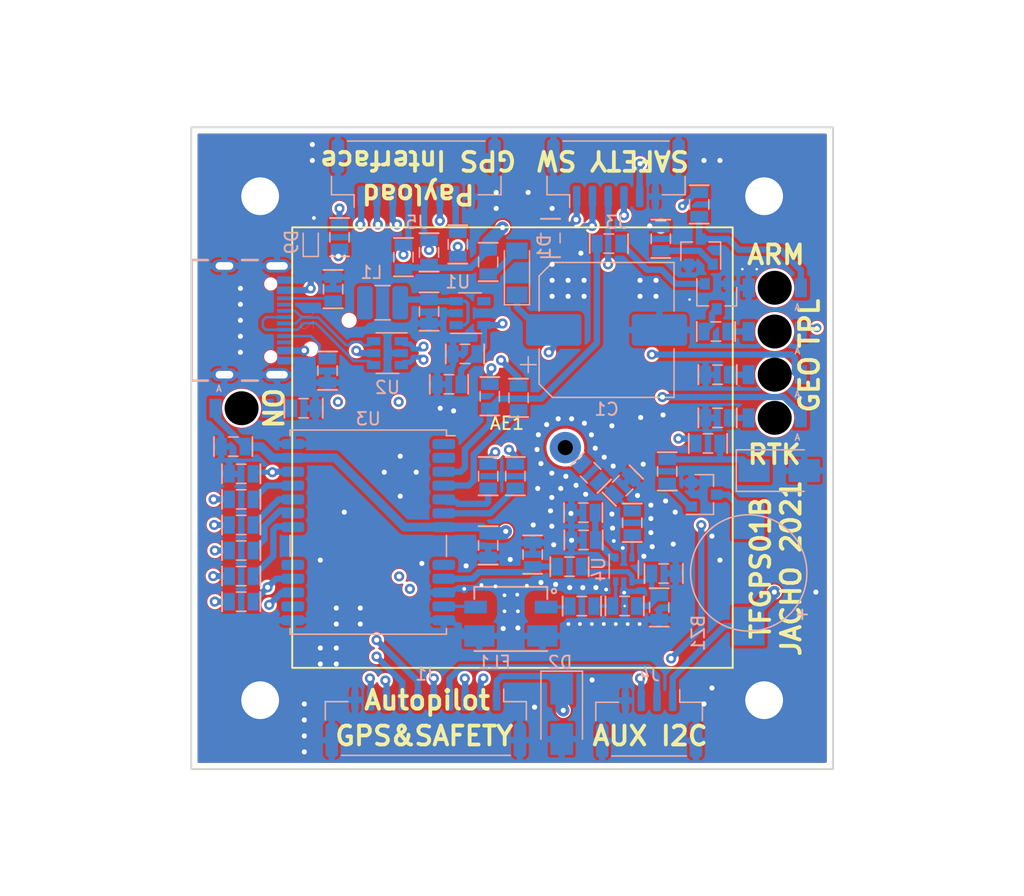
<source format=kicad_pcb>
(kicad_pcb (version 20210228) (generator pcbnew)
  (title_block (title "NAME") (date "%d. %m. %Y") (rev "REV") (company "Mlab www.mlab.cz") (comment 1 "VERSION") (comment 2 "Short description\\nTwo lines are maximum") (comment 3 "nickname <email@example.com>"))
  (layers (0 "F.Cu" signal) (1 "In1.Cu" signal) (2 "In2.Cu" signal) (31 "B.Cu" signal) (34 "B.Paste" user) (35 "F.Paste" user) (36 "B.SilkS" user "B.Silkscreen") (37 "F.SilkS" user "F.Silkscreen") (38 "B.Mask" user) (39 "F.Mask" user) (44 "Edge.Cuts" user))
  (net 0 "")
  (net 1 "GND")
  (net 2 "/VBACKUP")
  (net 3 "/RF6")
  (net 4 "+3V3")
  (net 5 "Net-(BZ1-Pad2)")
  (net 6 "Net-(D1-Pad2)")
  (net 7 "+5V")
  (net 8 "Net-(D3-Pad1)")
  (net 9 "Net-(C3-Pad1)")
  (net 10 "Net-(C8-Pad1)")
  (net 11 "/D+")
  (net 12 "/D-")
  (net 13 "Net-(C10-Pad1)")
  (net 14 "/RF2")
  (net 15 "/RF3")
  (net 16 "Net-(C12-Pad1)")
  (net 17 "/RF5")
  (net 18 "Net-(C15-Pad2)")
  (net 19 "/TIMEPULSE")
  (net 20 "/SAFETY_SW_LED")
  (net 21 "/RTK_STAT")
  (net 22 "/BUZZER")
  (net 23 "/GEO_STAT")
  (net 24 "/1-")
  (net 25 "/1+")
  (net 26 "Net-(R9-Pad1)")
  (net 27 "/SAFETY_SW")
  (net 28 "Net-(D4-Pad1)")
  (net 29 "Net-(D5-Pad1)")
  (net 30 "Net-(D6-Pad1)")
  (net 31 "/SDA1")
  (net 32 "/SCL1")
  (net 33 "/TX")
  (net 34 "/RX")
  (net 35 "/RF1")
  (net 36 "Net-(Q1-Pad1)")
  (net 37 "/SDA")
  (net 38 "/SCL")
  (net 39 "Net-(R10-Pad1)")
  (net 40 "Net-(J2-PadA5)")
  (net 41 "Net-(J2-PadB5)")
  (net 42 "Net-(R11-Pad1)")
  (net 43 "Net-(R12-Pad1)")
  (net 44 "Net-(Q1-Pad3)")
  (net 45 "Net-(Q2-Pad1)")
  (net 46 "Net-(J5-Pad1)")
  (net 47 "/EXTINT")
  (net 48 "Net-(J5-Pad2)")
  (net 49 "Net-(J5-Pad3)")
  (net 50 "Net-(J5-Pad6)")
  (net 51 "Net-(J5-Pad7)")
  (net 52 "/D1-")
  (net 53 "/D1+")
  (net 54 "/RF4")
  (net 55 "Net-(Q3-Pad1)")
  (net 56 "/ARM")
  (net 57 "/SAFE_VCC")
  (net 66 "/VBUS")
  (footprint "Mlab_Mechanical:MountingHole_3mm" (layer "F.Cu") (at 45.42 -5.38)
    (fp_text reference "M4" hide)
    (fp_text value "HOLE" hide)
  )
  (footprint "Mlab_Mechanical:MountingHole_3mm" (layer "F.Cu") (at 5.38 -5.38)
    (fp_text reference "M2" hide)
    (fp_text value "HOLE" hide)
  )
  (footprint "Mlab_Mechanical:MountingHole_3mm" (layer "F.Cu") (at 45.42 -45.42)
    (fp_text reference "M1" hide)
    (fp_text value "HOLE" hide)
  )
  (footprint "MLAB_ANT:GPS_CGGP.35.3.A.02" (layer "F.Cu") (at 42.926 -25.45 180)
    (fp_text reference "AE1")
    (fp_text value "Antenna")
  )
  (footprint "Mlab_Mechanical:MountingHole_3mm" (layer "F.Cu") (at 5.38 -45.42)
    (fp_text reference "M3" hide)
    (fp_text value "HOLE" hide)
  )
  (footprint "Diode_SMD:D_MiniMELF" (layer "B.Cu") (at 25.781 -39.342 90)
    (fp_text reference "D1")
    (fp_text value "BAS85" hide)
  )
  (footprint "Mlab_R:SMD-0805" (layer "B.Cu") (at 41.7195 -27.813 180)
    (fp_text reference "R21")
    (fp_text value "100R")
  )
  (footprint "Package_TO_SOT_SMD:SOT-23-6" (layer "B.Cu") (at 15.494 -32.954 180)
    (fp_text reference "U2")
    (fp_text value "USBLC6-2SC6" hide)
  )
  (footprint "Mlab_CON:USBC GCT_USB4105-GF-A" (layer "B.Cu") (at 2.54 -35.56 90)
    (fp_text reference "J2")
    (fp_text value "USBC_USB4105-GF-A" hide)
  )
  (footprint "Mlab_R:SMD-0805" (layer "B.Cu") (at 25.908 -29.4005 90)
    (fp_text reference "R15")
    (fp_text value "33R")
  )
  (footprint "Package_TO_SOT_SMD:SOT-363_SC-70-6" (layer "B.Cu") (at 34.269555 -15.764043 -90)
    (fp_text reference "U4")
    (fp_text value "MAX2655" hide)
  )
  (footprint "Mlab_D:LED_1206" (layer "B.Cu") (at 46.26 -27.813 180)
    (fp_text reference "D6" hide)
    (fp_text value "GREEN" hide)
  )
  (footprint "Package_TO_SOT_SMD:SOT-23" (layer "B.Cu") (at 41.656 -37.465 -90)
    (fp_text reference "Q1" hide)
    (fp_text value "BC817-25" hide)
  )
  (footprint "Mlab_R:SMD-0805" (layer "B.Cu") (at 3.8735 -15.24 180)
    (fp_text reference "R11")
    (fp_text value "33R")
  )
  (footprint "Mlab_R:SMD-0805" (layer "B.Cu") (at 23.495 -23.1775 90)
    (fp_text reference "R7")
    (fp_text value "33R")
  )
  (footprint "Mlab_R:SMD-0805" (layer "B.Cu") (at 40.9575 -25.781)
    (fp_text reference "C15")
    (fp_text value "10uF")
  )
  (footprint "Mlab_R:SMD-0805" (layer "B.Cu") (at 31.069894 -18.110402 180)
    (fp_text reference "R27")
    (fp_text value "390R")
  )
  (footprint "Connector_JST:JST_GH_SM08B-GHS-TB_1x08-1MP_P1.25mm_Horizontal" (layer "B.Cu") (at 17.78 -47.244)
    (fp_text reference "J5")
    (fp_text value "SM08B-GHS-TB")
  )
  (footprint "Mlab_R:SMD-0805" (layer "B.Cu") (at 33.0835 -41.656)
    (fp_text reference "R13")
    (fp_text value "10k")
  )
  (footprint "Mlab_D:LED_1206" (layer "B.Cu") (at 46.26 -31.242 180)
    (fp_text reference "D5" hide)
    (fp_text value "YELLOW" hide)
  )
  (footprint "Mlab_R:SMD-0805" (layer "B.Cu") (at 23.495 -17.68 -90)
    (fp_text reference "C7")
    (fp_text value "10uF")
  )
  (footprint "Diode_SMD:D_SOD-523" (layer "B.Cu") (at 9.398 -41.783 90)
    (fp_text reference "D9")
    (fp_text value "BZX585-B5V6.115" hide)
  )
  (footprint "Mlab_D:LED_1206" (layer "B.Cu") (at 46.26 -34.671 180)
    (fp_text reference "D4" hide)
    (fp_text value "RED" hide)
  )
  (footprint "Mlab_R:SMD-0805" (layer "B.Cu") (at 18.796 -36.2585 -90)
    (fp_text reference "C3")
    (fp_text value "10uF")
  )
  (footprint "Mlab_R:SMD-0805" (layer "B.Cu") (at 20.3835 -30.48 180)
    (fp_text reference "C5")
    (fp_text value "100nF")
  )
  (footprint "Mlab_R:SMD-0805" (layer "B.Cu") (at 18.796 -40.9575 90)
    (fp_text reference "R6")
    (fp_text value "10k")
  )
  (footprint "Diode_SMD:D_SMA" (layer "B.Cu") (at 29.337 -4.286 -90)
    (fp_text reference "D2")
    (fp_text value "M4" hide)
  )
  (footprint "Mlab_R:SMD-0805" (layer "B.Cu") (at 21.6535 -32.893 180)
    (fp_text reference "C4")
    (fp_text value "10uF")
  )
  (footprint "Mlab_R:SMD-0805" (layer "B.Cu") (at 41.7195 -31.242 180)
    (fp_text reference "R20")
    (fp_text value "100R")
  )
  (footprint "Mlab_R:SMD-0805" (layer "B.Cu") (at 37.719 -23.5585 -90)
    (fp_text reference "R24")
    (fp_text value "220R")
  )
  (footprint "Mlab_R:SMD-0805" (layer "B.Cu") (at 40.259 -44.7675 -90)
    (fp_text reference "R22")
    (fp_text value "100R")
  )
  (footprint "Connector_JST:JST_GH_SM04B-GHS-TB_1x04-1MP_P1.25mm_Horizontal" (layer "B.Cu") (at 36.28 -3.509 180)
    (fp_text reference "J4")
    (fp_text value "SM04B-GHS-TB")
  )
  (footprint "Mlab_R:SMD-0805" (layer "B.Cu") (at 11.176 -38.0365 90)
    (fp_text reference "R3")
    (fp_text value "5k1")
  )
  (footprint "Mlab_R:SMD-0805" (layer "B.Cu") (at 21.082 -41.5925 90)
    (fp_text reference "R18")
    (fp_text value "1k")
  )
  (footprint "Mlab_R:SMD-0805" (layer "B.Cu") (at 3.2385 -25.527 180)
    (fp_text reference "C6")
    (fp_text value "10uF")
  )
  (footprint "Diode_SMD:D_SMA" (layer "B.Cu") (at 46.609 -23.622)
    (fp_text reference "D8" hide)
    (fp_text value "M4")
  )
  (footprint "Mlab_R:SMD-0805" (layer "B.Cu") (at 11.684 -42.164 90)
    (fp_text reference "R17")
    (fp_text value "1k")
  )
  (footprint "Mlab_R:SMD-0805" (layer "B.Cu") (at 37.211 -42.037 -90)
    (fp_text reference "R28")
    (fp_text value "20k")
  )
  (footprint "Mlab_R:SMD-0805" (layer "B.Cu") (at 3.8735 -17.272 180)
    (fp_text reference "R12")
    (fp_text value "33R")
  )
  (footprint "Mlab_D:LED_1206" (layer "B.Cu") (at 46.26 -38.147 180)
    (fp_text reference "D7" hide)
    (fp_text value "BLUE" hide)
  )
  (footprint "Inductor_SMD:L_1210_3225Metric" (layer "B.Cu") (at 15.11 -36.957)
    (fp_text reference "L1")
    (fp_text value "NL322522T-101K" hide)
  )
  (footprint "Mlab_R:SMD-0805" (layer "B.Cu") (at 30.936676 -12.856902)
    (fp_text reference "C11")
    (fp_text value "100pF")
  )
  (footprint "Mlab_R:SMD-0805" (layer "B.Cu") (at 41.5925 -34.671 180)
    (fp_text reference "R19")
    (fp_text value "200R")
  )
  (footprint "Mlab_R:SMD-0805" (layer "B.Cu") (at 34.185454 -22.425304 -135)
    (fp_text reference "C13")
    (fp_text value "1p5F")
  )
  (footprint "Mlab_R:SMD-0805" (layer "B.Cu") (at 34.939148 -19.475034 90)
    (fp_text reference "L2")
    (fp_text value "5n6H")
  )
  (footprint "RF_GPS:ublox_NEO" (layer "B.Cu") (at 13.97 -18.7325 180)
    (fp_text reference "U3")
    (fp_text value "NEO-M8P")
  )
  (footprint "Mlab_R:SMD-0805" (layer "B.Cu") (at 27.030193 -16.945408 90)
    (fp_text reference "C8")
    (fp_text value "10uF")
  )
  (footprint "Mlab_R:SMD-0805" (layer "B.Cu") (at 3.8735 -21.336 180)
    (fp_text reference "R10")
    (fp_text value "33R")
  )
  (footprint "Mlab_R:SMD-0805" (layer "B.Cu") (at 29.954809 -15.988598 180)
    (fp_text reference "R23")
    (fp_text value "0R")
  )
  (footprint "Mlab_R:SMD-0805" (layer "B.Cu") (at 28.448 -42.1005 90)
    (fp_text reference "R25")
    (fp_text value "10k")
  )
  (footprint "Mlab_R:SMD-0805" (layer "B.Cu") (at 37.084 -12.7508 -90)
    (fp_text reference "C10")
    (fp_text value "100pF")
  )
  (footprint "Mlab_R:SMD-0805" (layer "B.Cu") (at 16.764 -40.5765 90)
    (fp_text reference "R5")
    (fp_text value "10k")
  )
  (footprint "Connector_JST:JST_GH_SM06B-GHS-TB_1x06-1MP_P1.25mm_Horizontal" (layer "B.Cu") (at 33.655 -47.244)
    (fp_text reference "J3")
    (fp_text value "SM06B-GHS-TB")
  )
  (footprint "Mlab_R:SMD-0805" (layer "B.Cu") (at 3.8735 -13.208 180)
    (fp_text reference "R16")
    (fp_text value "33R")
  )
  (footprint "Mlab_R:SMD-0805" (layer "B.Cu") (at 25.654 -23.1775 90)
    (fp_text reference "R8")
    (fp_text value "33R")
  )
  (footprint "Capacitor_SMD:CP_Elec_10x10.5" (layer "B.Cu") (at 32.902 -34.798)
    (fp_text reference "C1")
    (fp_text value "0,1F" hide)
  )
  (footprint "Mlab_R:SMD-0805" (layer "B.Cu") (at 23.495 -40.1955 -90)
    (fp_text reference "R1")
    (fp_text value "22R")
  )
  (footprint "Package_TO_SOT_SMD:SOT-23" (layer "B.Cu") (at 40.64 -21.717)
    (fp_text reference "Q2" hide)
    (fp_text value "BC817-25" hide)
  )
  (footprint "Mlab_R:SMD-0805" (layer "B.Cu") (at 8.8265 -28.575)
    (fp_text reference "R4")
    (fp_text value "620R")
  )
  (footprint "Mlab_R:SMD-0805" (layer "B.Cu") (at 31.637462 -23.45446 135)
    (fp_text reference "C14")
    (fp_text value "1n8F")
  )
  (footprint "Mlab_D:LED_1206" (layer "B.Cu") (at 3.905 -28.575)
    (fp_text reference "D3" hide)
    (fp_text value "RED" hide)
  )
  (footprint "Mlab_R:SMD-0805" (layer "B.Cu") (at 3.8735 -23.368 180)
    (fp_text reference "C2")
    (fp_text value "10uF")
  )
  (footprint "MLAB_SAW:SAW DBP.1575.W.A.30" (layer "B.Cu") (at 25.293579 -12.783639 180)
    (fp_text reference "FL1")
    (fp_text value "DBP.1575.W.A.30" hide)
  )
  (footprint "Package_TO_SOT_SMD:SOT-23-5" (layer "B.Cu") (at 22.055 -36.134)
    (fp_text reference "U1")
    (fp_text value "MIC5504-3.3YM5" hide)
  )
  (footprint "Connector_JST:JST_GH_SM10B-GHS-TB_1x10-1MP_P1.25mm_Horizontal" (layer "B.Cu") (at 18.542 -3.556 180)
    (fp_text reference "J1")
    (fp_text value "SM10B-GHS-TB")
  )
  (footprint "Mlab_R:SMD-0805" (layer "B.Cu") (at 31.051445 -20.282176 180)
    (fp_text reference "C12")
    (fp_text value "100pF")
  )
  (footprint "Mlab_R:SMD-0805" (layer "B.Cu") (at 23.622 -29.5275 90)
    (fp_text reference "R14")
    (fp_text value "33R")
  )
  (footprint "Mlab_R:SMD-0805" (layer "B.Cu") (at 10.731501 -31.559501 -90)
    (fp_text reference "R2")
    (fp_text value "5k1")
  )
  (footprint "Mlab_R:SMD-0805" (layer "B.Cu") (at 37.43701 -15.445608)
    (fp_text reference "C9")
    (fp_text value "680pF")
  )
  (footprint "Mlab_R:SMD-0805" (layer "B.Cu") (at 3.8735 -19.304 180)
    (fp_text reference "R9")
    (fp_text value "33R")
  )
  (footprint "MLAB_BUZZER:MagneticBuzzer_LET9032ES-03L-2.7-16-R" (layer "B.Cu") (at 44.196 -15.494 90)
    (fp_text reference "BZ1")
    (fp_text value "LET9032ES-03L-2.7-16-R" hide)
  )
  (footprint "Package_TO_SOT_SMD:SOT-23" (layer "B.Cu") (at 40.386 -41.021 90)
    (fp_text reference "Q3" hide)
    (fp_text value "BC817-25" hide)
  )
  (footprint "Mlab_R:SMD-0805" (layer "B.Cu") (at 34.338884 -12.864203 180)
    (fp_text reference "R26")
    (fp_text value "12k")
  )
  (gr_rect (start -0.096 -50.896) (end 50.896 0.096) (layer "Edge.Cuts") (width 0.15) (fill none))
  (gr_text "RTK" (at 46.228 -24.892) (layer "F.SilkS") (effects (font (size 1.5 1.5) (thickness 0.3))))
  (gr_text "Autopilot" (at 18.6436 -5.3848) (layer "F.SilkS") (effects (font (size 1.5 1.5) (thickness 0.3))))
  (gr_text "Payload" (at 17.9324 -45.5676 180) (layer "F.SilkS") (effects (font (size 1.5 1.5) (thickness 0.3))))
  (gr_text "ARM" (at 46.355 -40.767) (layer "F.SilkS") (effects (font (size 1.5 1.5) (thickness 0.3))))
  (gr_text "GEO" (at 49.022 -30.48 90) (layer "F.SilkS") (effects (font (size 1.5 1.5) (thickness 0.3))))
  (gr_text "TFGPS01B\nJACHO 2021" (at 46.355 -15.875 90) (layer "F.SilkS") (effects (font (size 1.5 1.5) (thickness 0.3))))
  (gr_text "ON" (at 6.35 -28.575 270) (layer "F.SilkS") (effects (font (size 1.5 1.5) (thickness 0.3))))
  (gr_text "AUX I2C " (at 36.9316 -2.54) (layer "F.SilkS") (effects (font (size 1.5 1.5) (thickness 0.3))))
  (gr_text "TPL" (at 49.022 -35.306 90) (layer "F.SilkS") (effects (font (size 1.5 1.5) (thickness 0.3))))
  (gr_text "SAFETY SW" (at 33.3756 -48.26 180) (layer "F.SilkS") (effects (font (size 1.5 1.5) (thickness 0.3))))
  (gr_text "GPS&SAFETY" (at 18.415 -2.54) (layer "F.SilkS") (effects (font (size 1.5 1.5) (thickness 0.3))))
  (gr_text "GPS Interface" (at 17.9324 -48.26 180) (layer "F.SilkS") (effects (font (size 1.5 1.5) (thickness 0.3))))
  (via (at 19.685 -28.575) (size 0.8) (drill 0.4) (layers "F.Cu" "B.Cu") (net 1))
  (via (at 40.64 -48.26) (size 0.8) (drill 0.4) (layers "F.Cu" "B.Cu") (net 1))
  (via (at 36.4236 -19.812) (size 0.8) (drill 0.4) (layers "F.Cu" "B.Cu") (net 1))
  (via (at 11.43 -12.7) (size 0.8) (drill 0.4) (layers "F.Cu" "B.Cu") (net 1))
  (via (at 18.22361 -16.246499) (size 0.8) (drill 0.4) (layers "F.Cu" "B.Cu") (net 1))
  (via (at 3.81 -38.1) (size 0.8) (drill 0.4) (layers "F.Cu" "B.Cu") (net 1))
  (via (at 3.81 -33.02) (size 0.8) (drill 0.4) (layers "F.Cu" "B.Cu") (net 1))
  (via (at 33.4264 -23.9776) (size 0.8) (drill 0.4) (layers "F.Cu" "B.Cu") (net 1))
  (via (at 34.578 -11.43) (size 0.7) (drill 0.3) (layers "F.Cu" "B.Cu") (net 1))
  (via (at 31.115 -38.735) (size 0.8) (drill 0.4) (layers "F.Cu" "B.Cu") (net 1))
  (via (at 44.831 -39.624) (size 0.6) (drill 0.2) (layers "F.Cu" "B.Cu") (net 1))
  (via (at 10.16 -9.525) (size 0.8) (drill 0.4) (layers "F.Cu" "B.Cu") (net 1))
  (via (at 35.5264 -11.43) (size 0.7) (drill 0.3) (layers "F.Cu" "B.Cu") (net 1))
  (via (at 28.5496 -19.2024) (size 0.8) (drill 0.4) (layers "F.Cu" "B.Cu") (net 1))
  (via (at 41.91 -16.51) (size 0.8) (drill 0.4) (layers "F.Cu" "B.Cu") (net 1))
  (via (at 37.3888 -28.0416) (size 0.8) (drill 0.4) (layers "F.Cu" "B.Cu") (net 1))
  (via (at 32.8676 -14.1732) (size 0.7) (drill 0.3) (layers "F.Cu" "B.Cu") (net 1))
  (via (at 30.0736 -20.2184) (size 0.8) (drill 0.4) (layers "F.Cu" "B.Cu") (net 1))
  (via (at 9.525 -49.53) (size 0.8) (drill 0.4) (layers "F.Cu" "B.Cu") (net 1))
  (via (at 22.9616 -14.5288) (size 0.7) (drill 0.3) (layers "F.Cu" "B.Cu") (net 1))
  (via (at 16.51 -24.765) (size 0.8) (drill 0.4) (layers "F.Cu" "B.Cu") (net 1))
  (via (at 30.7844 -11.43) (size 0.7) (drill 0.3) (layers "F.Cu" "B.Cu") (net 1))
  (via (at 32.004 -25.4) (size 0.8) (drill 0.4) (layers "F.Cu" "B.Cu") (net 1))
  (via (at 28.448 -20.4216) (size 0.8) (drill 0.4) (layers "F.Cu" "B.Cu") (net 1))
  (via (at 31.6992 -26.4668) (size 0.8) (drill 0.4) (layers "F.Cu" "B.Cu") (net 1))
  (via (at 25.8572 -12.446) (size 0.7) (drill 0.3) (layers "F.Cu" "B.Cu") (net 1))
  (via (at 31.75 -6.985) (size 0.8) (drill 0.4) (layers "F.Cu" "B.Cu") (net 1))
  (via (at 24.13 -44.45) (size 0.8) (drill 0.4) (layers "F.Cu" "B.Cu") (net 1))
  (via (at 11.43 -11.43) (size 0.8) (drill 0.4) (layers "F.Cu" "B.Cu") (net 1))
  (via (at 30.48 -22.4536) (size 0.8) (drill 0.4) (layers "F.Cu" "B.Cu") (net 1))
  (via (at 35.56 -37.465) (size 0.8) (drill 0.4) (layers "F.Cu" "B.Cu") (net 1))
  (via (at 20.74797 -28.367969) (size 0.8) (drill 0.4) (layers "F.Cu" "B.Cu") (net 1))
  (via (at 31.242 -21.7424) (size 0.8) (drill 0.4) (layers "F.Cu" "B.Cu") (net 1))
  (via (at 34.300065 -13.9192) (size 0.7) (drill 0.3) (layers "F.Cu" "B.Cu") (net 1))
  (via (at 29.845 -38.735) (size 0.8) (drill 0.4) (layers "F.Cu" "B.Cu") (net 1))
  (via (at 10.16 -8.255) (size 0.8) (drill 0.4) (layers "F.Cu" "B.Cu") (net 1))
  (via (at 33.3756 -19.05) (size 0.8) (drill 0.4) (layers "F.Cu" "B.Cu") (net 1))
  (via (at 25.2476 -16.5608) (size 0.8) (drill 0.4) (layers "F.Cu" "B.Cu") (net 1))
  (via (at 40.64 -5.08) (size 0.8) (drill 0.4) (layers "F.Cu" "B.Cu") (net 1))
  (via (at 29.6672 -23.1648) (size 0.8) (drill 0.4) (layers "F.Cu" "B.Cu") (net 1))
  (via (at 15.24 -23.495) (size 0.8) (drill 0.4) (layers "F.Cu" "B.Cu") (net 1))
  (via (at 35.6108 -27.8384) (size 0.8) (drill 0.4) (layers "F.Cu" "B.Cu") (net 1))
  (via (at 24.0792 -14.4272) (size 0.7) (drill 0.3) (layers "F.Cu" "B.Cu") (net 1))
  (via (at 35.3568 -21.6408) (size 0.8) (drill 0.4) (layers "F.Cu" "B.Cu") (net 1))
  (via (at 29.2608 -22.1996) (size 0.8) (drill 0.4) (layers "F.Cu" "B.Cu") (net 1))
  (via (at 29.8704 -11.43) (size 0.7) (drill 0.3) (layers "F.Cu" "B.Cu") (net 1))
  (via (at 31.1404 -27.3812) (size 0.8) (drill 0.4) (layers "F.Cu" "B.Cu") (net 1))
  (via (at 16.51 -21.59) (size 0.8) (drill 0.4) (layers "F.Cu" "B.Cu") (net 1))
  (via (at 32.0548 -14.3256) (size 0.8) (drill 0.4) (layers "F.Cu" "B.Cu") (net 1))
  (via (at 36.4236 -20.8788) (size 0.8) (drill 0.4) (layers "F.Cu" "B.Cu") (net 1))
  (via (at 8.89 -5.08) (size 0.8) (drill 0.4) (layers "F.Cu" "B.Cu") (net 1))
  (via (at 31.115 -37.465) (size 0.8) (drill 0.4) (layers "F.Cu" "B.Cu") (net 1))
  (via (at 27.3812 -25.2984) (size 0.8) (drill 0.4) (layers "F.Cu" "B.Cu") (net 1))
  (via (at 27.0764 -19.304) (size 0.8) (drill 0.4) (layers "F.Cu" "B.Cu") (net 1))
  (via (at 34.1884 -17.4752) (size 0.7) (drill 0.3) (layers "F.Cu" "B.Cu") (net 1))
  (via (at 32.7152 -24.6888) (size 0.8) (drill 0.4) (layers "F.Cu" "B.Cu") (net 1))
  (via (at 17.78 -23.495) (size 0.8) (drill 0.4) (layers "F.Cu" "B.Cu") (net 1))
  (via (at 29.845 -37.465) (size 0.8) (drill 0.4) (layers "F.Cu" "B.Cu") (net 1))
  (via (at 9.525 -48.26) (size 0.8) (drill 0.4) (layers "F.Cu" "B.Cu") (net 1))
  (via (at 8.89 -2.54) (size 0.8) (drill 0.4) (layers "F.Cu" "B.Cu") (net 1))
  (via (at 43.688 -39.624) (size 0.6) (drill 0.2) (layers "F.Cu" "B.Cu") (net 1))
  (via (at 24.7904 -12.446) (size 0.7) (drill 0.3) (layers "F.Cu" "B.Cu") (net 1))
  (via (at 41.91 -48.26) (size 0.8) (drill 0.4) (layers "F.Cu" "B.Cu") (net 1))
  (via (at 8.89 -3.81) (size 0.8) (drill 0.4) (layers "F.Cu" "B.Cu") (net 1))
  (via (at 35.8648 -16.8148) (size 0.8) (drill 0.4) (layers "F.Cu" "B.Cu") (net 1))
  (via (at 8.89 -1.27) (size 0.8) (drill 0.4) (layers "F.Cu" "B.Cu") (net 1))
  (via (at 35.56 -38.735) (size 0.8) (drill 0.4) (layers "F.Cu" "B.Cu") (net 1))
  (via (at 26.5684 -14.478) (size 0.7) (drill 0.3) (layers "F.Cu" "B.Cu") (net 1))
  (via (at 37.592 -21.209) (size 0.8) (drill 0.4) (layers "F.Cu" "B.Cu") (net 1))
  (via (at 13.335 -11.43) (size 0.8) (drill 0.4) (layers "F.Cu" "B.Cu") (net 1))
  (via (at 38.2016 -17.78) (size 0.8) (drill 0.4) (layers "F.Cu" "B.Cu") (net 1))
  (via (at 30.861 -40.894) (size 0.8) (drill 0.4) (layers "F.Cu" "B.Cu") (net 1))
  (via (at 28.1432 -27.2796) (size 0.8) (drill 0.4) (layers "F.Cu" "B.Cu") (net 1))
  (via (at 27.178 -4.826) (size 0.8) (drill 0.4) (layers "F.Cu" "B.Cu") (net 1))
  (via (at 28.575 -37.465) (size 0.8) (drill 0.4) (layers "F.Cu" "B.Cu") (net 1))
  (via (at 27.4828 -26.4668) (size 0.8) (drill 0.4) (layers "F.Cu" "B.Cu") (net 1))
  (via (at 29.0576 -27.7368) (size 0.8) (drill 0.4) (layers "F.Cu" "B.Cu") (net 1))
  (via (at 28.575 -38.735) (size 0.8) (drill 0.4) (layers "F.Cu" "B.Cu") (net 1))
  (via (at 28.5496 -21.4884) (size 0.8) (drill 0.4) (layers "F.Cu" "B.Cu") (net 1))
  (via (at 41.275 -6.35) (size 0.8) (drill 0.4) (layers "F.Cu" "B.Cu") (net 1))
  (via (at 36.4236 -18.6944) (size 0.8) (drill 0.4) (layers "F.Cu" "B.Cu") (net 1))
  (via (at 32.6812 -11.43) (size 0.7) (drill 0.3) (layers "F.Cu" "B.Cu") (net 1))
  (via (at 31.7328 -11.43) (size 0.7) (drill 0.3) (layers "F.Cu" "B.Cu") (net 1))
  (via (at 27.686 -24.1808) (size 0.8) (drill 0.4) (layers "F.Cu" "B.Cu") (net 1))
  (via (at 3.81 -36.83) (size 0.8) (drill 0.4) (layers "F.Cu" "B.Cu") (net 1))
  (via (at 34.338884 -12.864203) (size 0.6) (drill 0.2) (layers "F.Cu" "B.Cu") (net 1))
  (via (at 41.275 -18.415) (size 0.8) (drill 0.4) (layers "F.Cu" "B.Cu") (net 1))
  (via (at 28.575 -44.45) (size 0.8) (drill 0.4) (layers "F.Cu" "B.Cu") (net 1))
  (via (at 39.497 -37.211) (size 0.6) (drill 0.2) (layers "F.Cu" "B.Cu") (net 1))
  (via (at 33.3248 -20.1676) (size 0.8) (drill 0.4) (layers "F.Cu" "B.Cu") (net 1))
  (via (at 29.972 -14.3256) (size 0.8) (drill 0.4) (layers "F.Cu" "B.Cu") (net 1))
  (via (at 25.8572 -11.1252) (size 0.8) (drill 0.4) (layers "F.Cu" "B.Cu") (net 1))
  (via (at 3.81 -35.56) (size 0.8) (drill 0.4) (layers "F.Cu" "B.Cu") (net 1))
  (via (at 12.065 -20.32) (size 0.8) (drill 0.4) (layers "F.Cu" "B.Cu") (net 1))
  (via (at 24.7904 -13.716) (size 0.7) (drill 0.3) (layers "F.Cu" "B.Cu") (net 1))
  (via (at 24.13 -45.72) (size 0.8) (drill 0.4) (layers "F.Cu" "B.Cu") (net 1))
  (via (at 30.1244 -18.0848) (size 0.8) (drill 0.4) (layers "F.Cu" "B.Cu") (net 1))
  (via (at 33.3248 -27.178) (size 0.8) (drill 0.4) (layers "F.Cu" "B.Cu") (net 1))
  (via (at 3.81 -34.29) (size 0.8) (drill 0.4) (layers "F.Cu" "B.Cu") (net 1))
  (via (at 11.43 -8.255) (size 0.8) (drill 0.4) (layers "F.Cu" "B.Cu") (net 1))
  (via (at 35.814 -24.13) (size 0.8) (drill 0.4) (layers "F.Cu" "B.Cu") (net 1))
  (via (at 27.432 -22.1996) (size 0.8) (drill 0.4) (layers "F.Cu" "B.Cu") (net 1))
  (via (at 27.686 -14.732) (size 0.8) (drill 0.4) (layers "F.Cu" "B.Cu") (net 1))
  (via (at 31.0134 -14.3256) (size 0.8) (drill 0.4) (layers "F.Cu" "B.Cu") (net 1))
  (via (at 38.354 -20.32) (size 0.8) (drill 0.4) (layers "F.Cu" "B.Cu") (net 1))
  (via (at 10.16 -16.51) (size 0.8) (drill 0.4) (layers "F.Cu" "B.Cu") (net 1))
  (via (at 13.335 -12.7) (size 0.8) (drill 0.4) (layers "F.Cu" "B.Cu") (net 1))
  (via (at 36.83 -37.465) (size 0.8) (drill 0.4) (layers "F.Cu" "B.Cu") (net 1))
  (via (at 24.6888 -11.0744) (size 0.8) (drill 0.4) (layers "F.Cu" "B.Cu") (net 1))
  (via (at 11.43 -9.525) (size 0.8) (drill 0.4) (layers "F.Cu" "B.Cu") (net 1))
  (via (at 49.53 -13.97) (size 0.8) (drill 0.4) (layers "F.Cu" "B.Cu") (net 1))
  (via (at 36.83 -38.735) (size 0.8) (drill 0.4) (layers "F.Cu" "B.Cu") (net 1))
  (via (at 28.702 -17.7292) (size 0.8) (drill 0.4) (layers "F.Cu" "B.Cu") (net 1))
  (via (at 28.8544 -14.5796) (size 0.8) (drill 0.4) (layers "F.Cu" "B.Cu") (net 1))
  (via (at 21.7424 -16.0528) (size 0.8) (drill 0.4) (layers "F.Cu" "B.Cu") (net 1))
  (via (at 33.4772 -18.034) (size 0.7) (drill 0.3) (layers "F.Cu" "B.Cu") (net 1))
  (via (at 21.59 -14.224) (size 0.7) (drill 0.3) (layers "F.Cu" "B.Cu") (net 1))
  (via (at 28.575 -40.005) (size 0.8) (drill 0.4) (layers "F.Cu" "B.Cu") (net 1))
  (via (at 33.6296 -11.43) (size 0.7) (drill 0.3) (layers "F.Cu" "B.Cu") (net 1))
  (via (at 36.5252 -17.5768) (size 0.8) (drill 0.4) (layers "F.Cu" "B.Cu") (net 1))
  (via (at 28.5496 -23.4188) (size 0.8) (drill 0.4) (layers "F.Cu" "B.Cu") (net 1))
  (via (at 30.1244 -27.7368) (size 0.8) (drill 0.4) (layers "F.Cu" "B.Cu") (net 1))
  (via (at 26.67 -45.72) (size 0.8) (drill 0.4) (layers "F.Cu" "B.Cu") (net 1))
  (via (at 25.8064 -13.7668) (size 0.7) (drill 0.3) (layers "F.Cu" "B.Cu") (net 1))
  (segment (start 20.910044 -14.224) (end 21.119712 -14.224) (width 0.4) (layer "B.Cu") (net 1))
  (segment (start 19.97 -13.9325) (end 20.618544 -13.9325) (width 0.4) (layer "B.Cu") (net 1))
  (segment (start 34.269555 -16.714043) (end 34.269555 -17.154743) (width 0.4) (layer "B.Cu") (net 1))
  (segment (start 33.528 -17.896298) (end 33.528 -19.304) (width 0.4) (layer "B.Cu") (net 1))
  (segment (start 34.269555 -13.94971) (end 34.300065 -13.9192) (width 0.4) (layer "B.Cu") (net 1))
  (segment (start 20.955 -36.134) (end 18.796 -36.134) (width 0.5) (layer "B.Cu") (net 1))
  (segment (start 34.269555 -17.154743) (end 33.528 -17.896298) (width 0.4) (layer "B.Cu") (net 1))
  (segment (start 20.618544 -13.9325) (end 20.910044 -14.224) (width 0.4) (layer "B.Cu") (net 1))
  (segment (start 19.97 -11.7325) (end 20.5763 -11.7325) (width 0.4) (layer "B.Cu") (net 1))
  (segment (start 18.796 -36.134) (end 18.796 -35.306) (width 0.5) (layer "B.Cu") (net 1))
  (segment (start 34.269555 -14.814043) (end 34.269555 -13.94971) (width 0.4) (layer "B.Cu") (net 1))
  (segment (start 21.825161 -10.483639) (end 22.793579 -10.483639) (width 0.4) (layer "B.Cu") (net 1))
  (segment (start 20.5763 -11.7325) (end 21.825161 -10.483639) (width 0.4) (layer "B.Cu") (net 1))
  (via (at 28.305725 -33.013021) (size 0.8) (drill 0.4) (layers "F.Cu" "B.Cu") (net 2))
  (via (at 6.35 -23.495) (size 0.8) (drill 0.4) (layers "F.Cu" "B.Cu") (net 2))
  (segment (start 28.702 -34.798) (end 27.5844 -34.798) (width 0.5) (layer "B.Cu") (net 2))
  (segment (start 7.97 -23.5325) (end 6.3875 -23.5325) (width 0.5) (layer "B.Cu") (net 2))
  (segment (start 27.5844 -34.798) (end 25.781 -36.6014) (width 0.5) (layer "B.Cu") (net 2))
  (segment (start 28.702 -34.798) (end 28.702 -33.409296) (width 0.5) (layer "B.Cu") (net 2))
  (segment (start 28.702 -33.409296) (end 28.305725 -33.013021) (width 0.5) (layer "B.Cu") (net 2))
  (segment (start 25.781 -36.6014) (end 25.781 -37.592) (width 0.5) (layer "B.Cu") (net 2))
  (segment (start 6.35 -23.495) (end 4.953 -23.495) (width 0.4) (layer "B.Cu") (net 2))
  (segment (start 6.3875 -23.5325) (end 6.35 -23.495) (width 0.5) (layer "B.Cu") (net 2))
  (segment (start 4.953 -23.495) (end 4.826 -23.368) (width 0.4) (layer "B.Cu") (net 2))
  (segment (start 29.626 -25.45) (end 29.8284 -25.2476) (width 0.3) (layer "B.Cu") (net 3))
  (segment (start 30.963943 -24.127979) (end 30.939221 -24.127979) (width 0.5) (layer "B.Cu") (net 3))
  (segment (start 30.939221 -24.127979) (end 30.916601 -24.150599) (width 0.5) (layer "B.Cu") (net 3))
  (segment (start 30.963943 -24.127979) (end 30.863021 -24.127979) (width 0.261) (layer "B.Cu") (net 3))
  (segment (start 30.948021 -24.127979) (end 30.963943 -24.127979) (width 0.5) (layer "B.Cu") (net 3))
  (segment (start 30.863021 -24.127979) (end 30.48 -24.511) (width 0.261) (layer "B.Cu") (net 3))
  (via (at 24.638 -35.306) (size 0.8) (drill 0.4) (layers "F.Cu" "B.Cu") (net 4))
  (via (at 24.638 -42.926) (size 0.8) (drill 0.4) (layers "F.Cu" "B.Cu") (net 4))
  (via (at 24.892 -18.796) (size 0.8) (drill 0.4) (layers "F.Cu" "B.Cu") (net 4))
  (segment (start 16.764 -39.624) (end 16.88549 -39.74549) (width 0.5) (layer "B.Cu") (net 4))
  (segment (start 24.7285 -18.6325) (end 24.892 -18.796) (width 1) (layer "B.Cu") (net 4))
  (segment (start 11.3339 -24.6325) (end 16.8339 -19.1325) (width 0.7) (layer "B.Cu") (net 4))
  (segment (start 23.155 -33.442) (end 22.606 -32.893) (width 0.5) (layer "B.Cu") (net 4))
  (segment (start 7.97 -24.6325) (end 6.3555 -24.6325) (width 0.7) (layer "B.Cu") (net 4))
  (segment (start 24.516 -35.184) (end 24.638 -35.306) (width 0.5) (layer "B.Cu") (net 4))
  (segment (start 23.495 -41.148) (end 22.09249 -39.74549) (width 0.5) (layer "B.Cu") (net 4))
  (segment (start 7.97 -24.6325) (end 11.3339 -24.6325) (width 0.7) (layer "B.Cu") (net 4))
  (segment (start 16.8339 -19.1325) (end 19.97 -19.1325) (width 0.7) (layer "B.Cu") (net 4))
  (segment (start 19.97 -19.1325) (end 22.995 -19.1325) (width 0.7) (layer "B.Cu") (net 4))
  (segment (start 1.905 -27.813) (end 4.191 -25.527) (width 0.5) (layer "B.Cu") (net 4))
  (segment (start 23.155 -35.184) (end 23.155 -33.442) (width 0.5) (layer "B.Cu") (net 4))
  (segment (start 5.461 -25.527) (end 4.191 -25.527) (width 0.7) (layer "B.Cu") (net 4))
  (segment (start 23.495 -18.6325) (end 24.7285 -18.6325) (width 1) (layer "B.Cu") (net 4))
  (segment (start 16.88549 -39.74549) (end 19.67949 -39.74549) (width 0.5) (layer "B.Cu") (net 4))
  (segment (start 19.67949 -39.74549) (end 19.05551 -39.74549) (width 0.5) (layer "B.Cu") (net 4))
  (segment (start 6.3555 -24.6325) (end 5.461 -25.527) (width 0.7) (layer "B.Cu") (net 4))
  (segment (start 22.09249 -39.74549) (end 19.67949 -39.74549) (width 0.5) (layer "B.Cu") (net 4))
  (segment (start 23.495 -41.783) (end 24.638 -42.926) (width 1) (layer "B.Cu") (net 4))
  (segment (start 22.995 -19.1325) (end 23.495 -18.6325) (width 0.7) (layer "B.Cu") (net 4))
  (segment (start 21.336 -30.48) (end 21.336 -31.623) (width 0.5) (layer "B.Cu") (net 4))
  (segment (start 21.336 -31.623) (end 22.606 -32.893) (width 0.5) (layer "B.Cu") (net 4))
  (segment (start 1.905 -28.575) (end 1.905 -27.813) (width 0.5) (layer "B.Cu") (net 4))
  (segment (start 23.155 -35.184) (end 24.516 -35.184) (width 0.5) (layer "B.Cu") (net 4))
  (segment (start 23.495 -41.148) (end 23.495 -41.783) (width 1) (layer "B.Cu") (net 4))
  (segment (start 19.05551 -39.74549) (end 18.796 -40.005) (width 0.5) (layer "B.Cu") (net 4))
  (segment (start 44.196 -19.719) (end 44.196 -20.066) (width 0.5) (layer "B.Cu") (net 5))
  (segment (start 42.799 -21.463) (end 42.545 -21.717) (width 0.5) (layer "B.Cu") (net 5))
  (segment (start 44.196 -20.066) (end 42.799 -21.463) (width 0.5) (layer "B.Cu") (net 5))
  (segment (start 42.545 -21.717) (end 41.64 -21.717) (width 0.5) (layer "B.Cu") (net 5))
  (segment (start 43.212 -20.703) (end 44.196 -19.719) (width 0.5) (layer "B.Cu") (net 5))
  (segment (start 23.932 -39.243) (end 25.781 -41.092) (width 0.5) (layer "B.Cu") (net 6))
  (segment (start 23.495 -39.243) (end 23.932 -39.243) (width 0.5) (layer "B.Cu") (net 6))
  (via (at 35.56 -48.006) (size 0.8) (drill 0.4) (layers "F.Cu" "B.Cu") (net 7))
  (via (at 49.614001 -34.967999) (size 0.7) (drill 0.3) (layers "F.Cu" "B.Cu") (net 7))
  (via (at 29.464 -4.572) (size 0.8) (drill 0.4) (layers "F.Cu" "B.Cu") (net 7))
  (via (at 9.652 -43.688) (size 0.7) (drill 0.3) (layers "F.Cu" "B.Cu") (net 7))
  (via (at 46.228 -13.97) (size 0.8) (drill 0.4) (layers "F.Cu" "B.Cu") (net 7))
  (via (at 38.9255 -44.6405) (size 0.7) (drill 0.3) (layers "F.Cu" "B.Cu") (net 7))
  (segment (start 49.614001 -34.967999) (end 48.631999 -34.967999) (width 0.5) (layer "B.Cu") (net 7))
  (segment (start 42.257 -11.269) (end 44.196 -11.269) (width 0.5) (layer "B.Cu") (net 7))
  (segment (start 29.337 -6.286) (end 28.337 -7.286) (width 0.5) (layer "B.Cu") (net 7))
  (segment (start 35.53 -47.976) (end 35.56 -48.006) (width 0.5) (layer "B.Cu") (net 7))
  (segment (start 35.53 -45.394) (end 35.53 -47.976) (width 0.5) (layer "B.Cu") (net 7))
  (segment (start 24.558 -7.286) (end 28.337 -7.286) (width 0.5) (layer "B.Cu") (net 7))
  (segment (start 38.155 -7.167) (end 41.91 -10.922) (width 0.5) (layer "B.Cu") (net 7))
  (segment (start 40.259 -45.72) (end 40.005 -45.72) (width 0.5) (layer "B.Cu") (net 7))
  (segment (start 41.91 -10.922) (end 42.257 -11.269) (width 0.5) (layer "B.Cu") (net 7))
  (segment (start 9.398 -42.483) (end 9.398 -43.434) (width 0.5) (layer "B.Cu") (net 7))
  (segment (start 38.155 -5.359) (end 38.155 -7.167) (width 0.5) (layer "B.Cu") (net 7))
  (segment (start 48.631999 -34.967999) (end 48.335 -34.671) (width 0.5) (layer "B.Cu") (net 7))
  (segment (start 24.167 -6.895) (end 24.558 -7.286) (width 0.5) (layer "B.Cu") (net 7))
  (segment (start 29.337 -4.699) (end 29.464 -4.572) (width 1) (layer "B.Cu") (net 7))
  (segment (start 29.337 -6.286) (end 29.337 -4.699) (width 1) (layer "B.Cu") (net 7))
  (segment (start 40.005 -45.72) (end 38.9255 -44.6405) (width 0.5) (layer "B.Cu") (net 7))
  (segment (start 44.196 -11.269) (end 44.196 -11.938) (width 1) (layer "B.Cu") (net 7))
  (segment (start 24.167 -5.406) (end 24.167 -6.895) (width 0.5) (layer "B.Cu") (net 7))
  (segment (start 44.196 -11.938) (end 46.228 -13.97) (width 1) (layer "B.Cu") (net 7))
  (segment (start 9.398 -43.434) (end 9.652 -43.688) (width 0.5) (layer "B.Cu") (net 7))
  (segment (start 5.905 -28.575) (end 7.874 -28.575) (width 0.5) (layer "B.Cu") (net 8))
  (segment (start 20.955 -35.184) (end 21.6204 -35.184) (width 0.25) (layer "B.Cu") (net 9))
  (segment (start 21.8948 -35.4584) (end 21.8948 -36.8808) (width 0.25) (layer "B.Cu") (net 9))
  (segment (start 16.764 -37.211) (end 16.51 -36.957) (width 0.5) (layer "B.Cu") (net 9))
  (segment (start 21.6916 -37.084) (end 20.955 -37.084) (width 0.25) (layer "B.Cu") (net 9))
  (segment (start 18.796 -37.211) (end 16.764 -37.211) (width 0.5) (layer "B.Cu") (net 9))
  (segment (start 21.6204 -35.184) (end 21.8948 -35.4584) (width 0.25) (layer "B.Cu") (net 9))
  (segment (start 20.955 -37.084) (end 18.923 -37.084) (width 0.5) (layer "B.Cu") (net 9))
  (segment (start 18.923 -37.084) (end 18.796 -37.211) (width 0.5) (layer "B.Cu") (net 9))
  (segment (start 21.8948 -36.8808) (end 21.6916 -37.084) (width 0.25) (layer "B.Cu") (net 9))
  (segment (start 27.030193 -15.992908) (end 26.594785 -15.5575) (width 0.5) (layer "B.Cu") (net 10))
  (segment (start 26.594785 -15.5575) (end 22.7754 -15.5575) (width 0.5) (layer "B.Cu") (net 10))
  (segment (start 22.7754 -15.5575) (end 22.2504 -15.0325) (width 0.5) (layer "B.Cu") (net 10))
  (segment (start 27.030193 -15.992908) (end 28.997999 -15.992908) (width 0.5) (layer "B.Cu") (net 10))
  (segment (start 22.2504 -15.0325) (end 19.97 -15.0325) (width 0.5) (layer "B.Cu") (net 10))
  (segment (start 28.997999 -15.992908) (end 29.002309 -15.988598) (width 0.5) (layer "B.Cu") (net 10))
  (segment (start 14.394 -33.904) (end 14.06901 -33.57901) (width 0.2) (layer "B.Cu") (net 11))
  (segment (start 8.67459 -35.785) (end 8.861 -35.785) (width 0.2) (layer "B.Cu") (net 11))
  (segment (start 12.183099 -33.601101) (end 9.9992 -35.785) (width 0.2) (layer "B.Cu") (net 11))
  (segment (start 12.437099 -33.601101) (end 12.183099 -33.601101) (width 0.2) (layer "B.Cu") (net 11))
  (segment (start 13.622992 -33.57901) (end 13.355001 -33.847001) (width 0.2) (layer "B.Cu") (net 11))
  (segment (start 12.682999 -33.847001) (end 12.437099 -33.601101) (width 0.2) (layer "B.Cu") (net 11))
  (segment (start 14.06901 -33.57901) (end 13.622992 -33.57901) (width 0.2) (layer "B.Cu") (net 11))
  (segment (start 8.19959 -35.31) (end 8.67459 -35.785) (width 0.2) (layer "B.Cu") (net 11))
  (segment (start 8.14959 -36.31) (end 8.67459 -35.785) (width 0.2) (layer "B.Cu") (net 11))
  (segment (start 13.355001 -33.847001) (end 12.682999 -33.847001) (width 0.2) (layer "B.Cu") (net 11))
  (segment (start 7.295 -35.31) (end 8.19959 -35.31) (width 0.2) (layer "B.Cu") (net 11))
  (segment (start 7.295 -36.31) (end 8.14959 -36.31) (width 0.2) (layer "B.Cu") (net 11))
  (segment (start 9.9992 -35.785) (end 8.861 -35.785) (width 0.2) (layer "B.Cu") (net 11))
  (segment (start 11.9059 -33.2419) (end 12.658999 -32.488801) (width 0.2) (layer "B.Cu") (net 12))
  (segment (start 12.801008 -32.32899) (end 12.658999 -32.470999) (width 0.2) (layer "B.Cu") (net 12))
  (segment (start 14.394 -32.004) (end 14.06901 -32.32899) (width 0.2) (layer "B.Cu") (net 12))
  (segment (start 5.846 -35.81) (end 5.596 -35.56) (width 0.2) (layer "B.Cu") (net 12))
  (segment (start 11.9059 -33.2419) (end 9.8128 -35.335) (width 0.2) (layer "B.Cu") (net 12))
  (segment (start 12.658999 -32.488801) (end 12.658999 -32.470999) (width 0.2) (layer "B.Cu") (net 12))
  (segment (start 5.83 -34.81) (end 7.295 -34.81) (width 0.2) (layer "B.Cu") (net 12))
  (segment (start 5.588 -35.052) (end 5.83 -34.81) (width 0.2) (layer "B.Cu") (net 12))
  (segment (start 5.588 -35.552) (end 5.588 -35.052) (width 0.2) (layer "B.Cu") (net 12))
  (segment (start 9.8128 -35.335) (end 8.861 -35.335) (width 0.2) (layer "B.Cu") (net 12))
  (segment (start 14.06901 -32.32899) (end 12.801008 -32.32899) (width 0.2) (layer "B.Cu") (net 12))
  (segment (start 8.336 -34.81) (end 8.861 -35.335) (width 0.2) (layer "B.Cu") (net 12))
  (segment (start 7.295 -34.81) (end 8.336 -34.81) (width 0.2) (layer "B.Cu") (net 12))
  (segment (start 5.596 -35.56) (end 5.588 -35.552) (width 0.2) (layer "B.Cu") (net 12))
  (segment (start 7.295 -35.81) (end 5.846 -35.81) (width 0.2) (layer "B.Cu") (net 12))
  (segment (start 34.585245 -15.589053) (end 34.919555 -15.254743) (width 0.4) (layer "B.Cu") (net 13))
  (segment (start 30.907309 -15.744851) (end 31.063107 -15.589053) (width 0.5) (layer "B.Cu") (net 13))
  (segment (start 36.48451 -14.30279) (end 37.084 -13.7033) (width 0.4) (layer "B.Cu") (net 13))
  (segment (start 35.291384 -12.864203) (end 35.291384 -13.021191) (width 0.5) (layer "B.Cu") (net 13))
  (segment (start 34.919555 -14.814043) (end 35.852945 -14.814043) (width 0.4) (layer "B.Cu") (net 13))
  (segment (start 35.291384 -12.864203) (end 36.244903 -12.864203) (width 0.5) (layer "B.Cu") (net 13))
  (segment (start 35.852945 -14.814043) (end 36.48451 -15.445608) (width 0.4) (layer "B.Cu") (net 13))
  (segment (start 36.48451 -15.445608) (end 36.48451 -14.30279) (width 0.4) (layer "B.Cu") (net 13))
  (segment (start 31.063107 -15.589053) (end 34.585245 -15.589053) (width 0.4) (layer "B.Cu") (net 13))
  (segment (start 30.907309 -15.988598) (end 30.907309 -15.744851) (width 0.5) (layer "B.Cu") (net 13))
  (segment (start 36.244903 -12.864203) (end 37.084 -13.7033) (width 0.5) (layer "B.Cu") (net 13))
  (segment (start 34.919555 -15.254743) (end 34.919555 -14.814043) (width 0.4) (layer "B.Cu") (net 13))
  (segment (start 29.910913 -12.783639) (end 29.984176 -12.856902) (width 0.261) (layer "B.Cu") (net 14))
  (segment (start 28.093579 -12.783639) (end 29.910913 -12.783639) (width 0.261) (layer "B.Cu") (net 14))
  (segment (start 33.619555 -13.097374) (end 33.386384 -12.864203) (width 0.261) (layer "B.Cu") (net 15))
  (segment (start 31.889176 -12.856902) (end 33.379083 -12.856902) (width 0.261) (layer "B.Cu") (net 15))
  (segment (start 33.379083 -12.856902) (end 33.386384 -12.864203) (width 0.261) (layer "B.Cu") (net 15))
  (segment (start 33.619555 -14.814043) (end 33.619555 -13.097374) (width 0.261) (layer "B.Cu") (net 15))
  (segment (start 32.022394 -18.110402) (end 32.820623 -17.312173) (width 0.5) (layer "B.Cu") (net 16))
  (segment (start 32.820623 -17.271991) (end 33.378571 -16.714043) (width 0.5) (layer "B.Cu") (net 16))
  (segment (start 32.003945 -18.128851) (end 32.022394 -18.110402) (width 0.5) (layer "B.Cu") (net 16))
  (segment (start 33.378571 -16.714043) (end 33.619555 -16.714043) (width 0.5) (layer "B.Cu") (net 16))
  (segment (start 32.003945 -20.282176) (end 32.003945 -18.128851) (width 0.5) (layer "B.Cu") (net 16))
  (segment (start 32.820623 -17.312173) (end 32.820623 -17.271991) (width 0.5) (layer "B.Cu") (net 16))
  (segment (start 33.511935 -21.751785) (end 33.340137 -21.751785) (width 0.261) (layer "B.Cu") (net 17))
  (segment (start 32.310981 -22.780941) (end 32.585741 -22.780941) (width 0.5) (layer "B.Cu") (net 17))
  (segment (start 34.770258 -20.427534) (end 34.939148 -20.427534) (width 0.5) (layer "B.Cu") (net 17))
  (segment (start 34.836186 -20.427534) (end 33.511935 -21.751785) (width 0.261) (layer "B.Cu") (net 17))
  (segment (start 33.340137 -21.751785) (end 32.310981 -22.780941) (width 0.261) (layer "B.Cu") (net 17))
  (segment (start 34.939148 -20.427534) (end 34.836186 -20.427534) (width 0.261) (layer "B.Cu") (net 17))
  (segment (start 43.72 -24.511) (end 41.91 -24.511) (width 0.5) (layer "B.Cu") (net 18))
  (segment (start 41.91 -25.781) (end 41.91 -24.511) (width 0.5) (layer "B.Cu") (net 18))
  (segment (start 41.91 -24.511) (end 37.719 -24.511) (width 0.5) (layer "B.Cu") (net 18))
  (segment (start 44.609 -23.622) (end 43.72 -24.511) (width 0.5) (layer "B.Cu") (net 18))
  (segment (start 32.131 -41.656) (end 32.131 -33.766966) (width 0.5) (layer "B.Cu") (net 19))
  (segment (start 21.64648 -23.876) (end 21.64648 -25.32948) (width 0.5) (layer "B.Cu") (net 19))
  (segment (start 32.131 -33.766966) (end 31.694017 -33.329983) (width 0.5) (layer "B.Cu") (net 19))
  (segment (start 21.30298 -23.5325) (end 21.64648 -23.876) (width 0.5) (layer "B.Cu") (net 19))
  (segment (start 30.805017 -32.440983) (end 31.440017 -33.075983) (width 0.5) (layer "B.Cu") (net 19))
  (segment (start 23.622 -27.305) (end 23.622 -28.575) (width 0.5) (layer "B.Cu") (net 19))
  (segment (start 31.694017 -33.329983) (end 31.440017 -33.075983) (width 0.5) (layer "B.Cu") (net 19))
  (segment (start 21.64648 -25.32948) (end 23.622 -27.305) (width 0.5) (layer "B.Cu") (net 19))
  (segment (start 27.706544 -29.34251) (end 30.805017 -32.440983) (width 0.5) (layer "B.Cu") (net 19))
  (segment (start 23.622 -28.575) (end 24.38951 -29.34251) (width 0.5) (layer "B.Cu") (net 19))
  (segment (start 24.38951 -29.34251) (end 27.706544 -29.34251) (width 0.5) (layer "B.Cu") (net 19))
  (segment (start 31.965001 -33.600967) (end 31.694017 -33.329983) (width 0.5) (layer "B.Cu") (net 19))
  (segment (start 19.97 -23.5325) (end 21.30298 -23.5325) (width 0.5) (layer "B.Cu") (net 19))
  (via (at 14.626252 -8.843348) (size 0.8) (drill 0.4) (layers "F.Cu" "B.Cu") (net 20))
  (via (at 36.331688 -43.062688) (size 0.8) (drill 0.4) (layers "F.Cu" "B.Cu") (net 20))
  (via (at 31.75 -43.053) (size 0.8) (drill 0.4) (layers "F.Cu" "B.Cu") (net 20))
  (segment (start 16.667 -5.406) (end 16.667 -6.8026) (width 0.5) (layer "B.Cu") (net 20))
  (segment (start 16.667 -6.8026) (end 14.626252 -8.843348) (width 0.5) (layer "B.Cu") (net 20))
  (segment (start 37.211 -42.9895) (end 36.404876 -42.9895) (width 0.5) (layer "B.Cu") (net 20))
  (segment (start 31.78 -45.394) (end 31.78 -43.083) (width 0.5) (layer "B.Cu") (net 20))
  (segment (start 31.75 -43.053) (end 31.242 -43.053) (width 0.5) (layer "B.Cu") (net 20))
  (segment (start 31.78 -43.083) (end 31.75 -43.053) (width 0.5) (layer "B.Cu") (net 20))
  (segment (start 29.05627 -41.148) (end 28.448 -41.148) (width 0.5) (layer "B.Cu") (net 20))
  (segment (start 30.900489 -42.711489) (end 30.619759 -42.711489) (width 0.5) (layer "B.Cu") (net 20))
  (segment (start 31.623 -43.18) (end 31.75 -43.053) (width 0.5) (layer "B.Cu") (net 20))
  (segment (start 31.242 -43.053) (end 30.900489 -42.711489) (width 0.5) (layer "B.Cu") (net 20))
  (segment (start 30.619759 -42.711489) (end 29.05627 -41.148) (width 0.5) (layer "B.Cu") (net 20))
  (segment (start 36.404876 -42.9895) (end 36.331688 -43.062688) (width 0.5) (layer "B.Cu") (net 20))
  (via (at 37.338 -29.464) (size 0.8) (drill 0.4) (layers "F.Cu" "B.Cu") (net 21))
  (via (at 17.272 -14.224) (size 0.8) (drill 0.4) (layers "F.Cu" "B.Cu") (net 21))
  (via (at 6.096 -12.954) (size 0.8) (drill 0.4) (layers "F.Cu" "B.Cu") (net 21))
  (segment (start 48.26 -27.813) (end 48.26 -28.194) (width 0.5) (layer "B.Cu") (net 21))
  (segment (start 7.97 -13.9325) (end 7.0745 -13.9325) (width 0.5) (layer "B.Cu") (net 21))
  (segment (start 7.0745 -13.9325) (end 6.096 -12.954) (width 0.5) (layer "B.Cu") (net 21))
  (segment (start 48.26 -28.194) (end 46.99 -29.464) (width 0.5) (layer "B.Cu") (net 21))
  (segment (start 46.99 -29.464) (end 37.338 -29.464) (width 0.5) (layer "B.Cu") (net 21))
  (via (at 38.608 -26.162) (size 0.8) (drill 0.4) (layers "F.Cu" "B.Cu") (net 22))
  (via (at 34.29 -43.903) (size 0.8) (drill 0.4) (layers "F.Cu" "B.Cu") (net 22))
  (via (at 40.424999 -19.288997) (size 0.8) (drill 0.4) (layers "F.Cu" "B.Cu") (net 22))
  (via (at 14.097 -7.112) (size 0.8) (drill 0.4) (layers "F.Cu" "B.Cu") (net 22))
  (via (at 38.030074 -8.692139) (size 0.8) (drill 0.4) (layers "F.Cu" "B.Cu") (net 22))
  (segment (start 40.424999 -11.087064) (end 40.005 -10.667065) (width 0.5) (layer "B.Cu") (net 22))
  (segment (start 38.608 -26.162) (end 39.624 -26.162) (width 0.5) (layer "B.Cu") (net 22))
  (segment (start 14.167 -5.406) (end 14.167 -7.042) (width 0.5) (layer "B.Cu") (net 22))
  (segment (start 34.28 -43.913) (end 34.29 -43.903) (width 0.5) (layer "B.Cu") (net 22))
  (segment (start 38.030074 -8.692139) (end 40.005 -10.667065) (width 0.5) (layer "B.Cu") (net 22))
  (segment (start 14.167 -7.042) (end 14.097 -7.112) (width 0.5) (layer "B.Cu") (net 22))
  (segment (start 39.624 -26.162) (end 40.005 -25.781) (width 0.5) (layer "B.Cu") (net 22))
  (segment (start 40.424999 -19.288997) (end 40.424999 -11.087064) (width 0.5) (layer "B.Cu") (net 22))
  (segment (start 34.28 -45.394) (end 34.28 -43.913) (width 0.5) (layer "B.Cu") (net 22))
  (via (at 16.42199 -15.212785) (size 0.8) (drill 0.4) (layers "F.Cu" "B.Cu") (net 23))
  (via (at 36.499999 -32.842001) (size 0.8) (drill 0.4) (layers "F.Cu" "B.Cu") (net 23))
  (via (at 5.969 -14.351) (size 0.8) (drill 0.4) (layers "F.Cu" "B.Cu") (net 23))
  (segment (start 6.6505 -15.0325) (end 5.969 -14.351) (width 0.5) (layer "B.Cu") (net 23))
  (segment (start 48.006 -31.242) (end 47.860001 -31.387999) (width 0.5) (layer "B.Cu") (net 23))
  (segment (start 48.26 -31.242) (end 48.006 -31.242) (width 0.5) (layer "B.Cu") (net 23))
  (segment (start 7.97 -15.0325) (end 6.6505 -15.0325) (width 0.5) (layer "B.Cu") (net 23))
  (segment (start 4.826 -13.208) (end 5.969 -14.351) (width 0.5) (layer "B.Cu") (net 23))
  (segment (start 47.860001 -31.387999) (end 47.860001 -32.542997) (width 0.5) (layer "B.Cu") (net 23))
  (segment (start 47.560997 -32.842001) (end 36.499999 -32.842001) (width 0.5) (layer "B.Cu") (net 23))
  (segment (start 47.860001 -32.542997) (end 47.560997 -32.842001) (width 0.5) (layer "B.Cu") (net 23))
  (segment (start 20.959954 -21.13251) (end 21.109964 -20.9825) (width 0.5) (layer "B.Cu") (net 24))
  (segment (start 23.350839 -20.9825) (end 23.495 -21.126661) (width 0.5) (layer "B.Cu") (net 24))
  (segment (start 21.109964 -20.9825) (end 23.350839 -20.9825) (width 0.5) (layer "B.Cu") (net 24))
  (segment (start 23.495 -21.126661) (end 23.495 -22.225) (width 0.5) (layer "B.Cu") (net 24))
  (segment (start 20.16999 -21.13251) (end 20.959954 -21.13251) (width 0.5) (layer "B.Cu") (net 24))
  (segment (start 19.97 -21.3325) (end 20.16999 -21.13251) (width 0.5) (layer "B.Cu") (net 24))
  (segment (start 24.02533 -20.59633) (end 25.654 -22.225) (width 0.5) (layer "B.Cu") (net 25))
  (segment (start 23.6615 -20.2325) (end 24.02533 -20.59633) (width 0.5) (layer "B.Cu") (net 25))
  (segment (start 19.97 -20.2325) (end 23.6615 -20.2325) (width 0.5) (layer "B.Cu") (net 25))
  (segment (start 6.8545 -21.3325) (end 4.826 -19.304) (width 0.5) (layer "B.Cu") (net 26))
  (segment (start 7.97 -21.3325) (end 6.8545 -21.3325) (width 0.5) (layer "B.Cu") (net 26))
  (via (at 14.6304 -10.16) (size 0.8) (drill 0.4) (layers "F.Cu" "B.Cu") (net 27))
  (via (at 33.02 -40.005) (size 0.8) (drill 0.4) (layers "F.Cu" "B.Cu") (net 27))
  (segment (start 33.03 -40.015) (end 33.02 -40.005) (width 0.5) (layer "B.Cu") (net 27))
  (segment (start 33.03 -45.394) (end 33.03 -40.015) (width 0.5) (layer "B.Cu") (net 27))
  (segment (start 17.917 -6.8734) (end 14.6304 -10.16) (width 0.5) (layer "B.Cu") (net 27))
  (segment (start 17.917 -5.406) (end 17.917 -6.8734) (width 0.5) (layer "B.Cu") (net 27))
  (segment (start 44.185 -34.671) (end 42.545 -34.671) (width 0.5) (layer "B.Cu") (net 28))
  (segment (start 42.672 -31.242) (end 44.26 -31.242) (width 0.5) (layer "B.Cu") (net 29))
  (segment (start 42.672 -27.813) (end 44.26 -27.813) (width 0.5) (layer "B.Cu") (net 30))
  (via (at 19.177 -7.112) (size 0.8) (drill 0.4) (layers "F.Cu" "B.Cu") (net 31))
  (via (at 35.56 -7.112) (size 0.8) (drill 0.4) (layers "F.Cu" "B.Cu") (net 31))
  (segment (start 35.655 -7.017) (end 35.56 -7.112) (width 0.5) (layer "B.Cu") (net 31))
  (segment (start 19.167 -7.102) (end 19.177 -7.112) (width 0.5) (layer "B.Cu") (net 31))
  (segment (start 35.655 -5.359) (end 35.655 -7.017) (width 0.5) (layer "B.Cu") (net 31))
  (segment (start 19.167 -5.406) (end 19.167 -7.102) (width 0.5) (layer "B.Cu") (net 31))
  (segment (start 20.417 -7.082) (end 21.32101 -7.98601) (width 0.5) (layer "B.Cu") (net 32))
  (segment (start 36.905 -7.291) (end 36.905 -5.359) (width 0.5) (layer "B.Cu") (net 32))
  (segment (start 21.32101 -7.98601) (end 36.20999 -7.98601) (width 0.5) (layer "B.Cu") (net 32))
  (segment (start 36.20999 -7.98601) (end 36.905 -7.291) (width 0.5) (layer "B.Cu") (net 32))
  (segment (start 20.417 -5.406) (end 20.417 -7.082) (width 0.5) (layer "B.Cu") (net 32))
  (via (at 1.7272 -19.304) (size 0.8) (drill 0.4) (layers "F.Cu" "B.Cu") (net 33))
  (via (at 21.639041 -7.101959) (size 0.8) (drill 0.4) (layers "F.Cu" "B.Cu") (net 33))
  (via (at 21.082 -41.402) (size 0.8) (drill 0.4) (layers "F.Cu" "B.Cu") (net 33))
  (segment (start 21.667 -5.406) (end 21.667 -7.074) (width 0.5) (layer "B.Cu") (net 33))
  (segment (start 2.921 -19.304) (end 1.7272 -19.304) (width 0.5) (layer "B.Cu") (net 33))
  (segment (start 21.082 -40.64) (end 21.082 -41.402) (width 0.5) (layer "B.Cu") (net 33))
  (segment (start 21.667 -7.074) (end 21.639041 -7.101959) (width 0.5) (layer "B.Cu") (net 33))
  (via (at 11.596 -40.654794) (size 0.8) (drill 0.4) (layers "F.Cu" "B.Cu") (net 34))
  (via (at 23.114 -7.112) (size 0.8) (drill 0.4) (layers "F.Cu" "B.Cu") (net 34))
  (via (at 11.557 -29.083) (size 0.8) (drill 0.4) (layers "F.Cu" "B.Cu") (net 34))
  (via (at 1.6764 -21.336) (size 0.8) (drill 0.4) (layers "F.Cu" "B.Cu") (net 34))
  (segment (start 11.684 -40.742794) (end 11.596 -40.654794) (width 0.5) (layer "B.Cu") (net 34))
  (segment (start 22.917 -5.406) (end 22.917 -6.915) (width 0.5) (layer "B.Cu") (net 34))
  (segment (start 2.921 -21.336) (end 1.6764 -21.336) (width 0.5) (layer "B.Cu") (net 34))
  (segment (start 11.684 -41.2115) (end 11.684 -40.742794) (width 0.5) (layer "B.Cu") (net 34))
  (segment (start 22.917 -6.915) (end 23.114 -7.112) (width 0.5) (layer "B.Cu") (net 34))
  (segment (start 22.444718 -12.8325) (end 22.493579 -12.783639) (width 0.261) (layer "B.Cu") (net 35))
  (segment (start 19.97 -12.8325) (end 22.444718 -12.8325) (width 0.261) (layer "B.Cu") (net 35))
  (segment (start 34.036 -41.656) (end 36.106999 -39.585001) (width 0.5) (layer "B.Cu") (net 36))
  (segment (start 38.37 -38.465) (end 37.719 -39.116) (width 0.5) (layer "B.Cu") (net 36))
  (segment (start 36.106999 -39.585001) (end 37.249999 -39.585001) (width 0.5) (layer "B.Cu") (net 36))
  (segment (start 40.706 -38.465) (end 38.37 -38.465) (width 0.5) (layer "B.Cu") (net 36))
  (segment (start 37.249999 -39.585001) (end 37.719 -39.116) (width 0.5) (layer "B.Cu") (net 36))
  (via (at 1.651 -15.24) (size 0.8) (drill 0.4) (layers "F.Cu" "B.Cu") (net 37))
  (via (at 16.764 -40.779989) (size 0.8) (drill 0.4) (layers "F.Cu" "B.Cu") (net 37))
  (segment (start 16.764 -41.529) (end 16.764 -40.779989) (width 0.5) (layer "B.Cu") (net 37))
  (segment (start 17.155 -45.394) (end 17.155 -41.5898) (width 0.5) (layer "B.Cu") (net 37))
  (segment (start 17.155 -41.5898) (end 17.0688 -41.5036) (width 0.5) (layer "B.Cu") (net 37))
  (segment (start 2.921 -15.24) (end 1.651 -15.24) (width 0.5) (layer "B.Cu") (net 37))
  (via (at 1.778 -17.272) (size 0.8) (drill 0.4) (layers "F.Cu" "B.Cu") (net 38))
  (via (at 18.796 -41.148) (size 0.8) (drill 0.4) (layers "F.Cu" "B.Cu") (net 38))
  (segment (start 2.921 -17.272) (end 1.778 -17.272) (width 0.5) (layer "B.Cu") (net 38))
  (segment (start 18.405 -42.301) (end 18.796 -41.91) (width 0.5) (layer "B.Cu") (net 38))
  (segment (start 18.405 -45.394) (end 18.405 -42.301) (width 0.5) (layer "B.Cu") (net 38))
  (segment (start 18.796 -41.91) (end 18.796 -41.148) (width 0.5) (layer "B.Cu") (net 38))
  (segment (start 7.97 -22.4325) (end 5.9225 -22.4325) (width 0.5) (layer "B.Cu") (net 39))
  (segment (start 5.9225 -22.4325) (end 4.826 -21.336) (width 0.5) (layer "B.Cu") (net 39))
  (segment (start 10.098001 -33.610001) (end 10.098001 -32.704001) (width 0.2) (layer "B.Cu") (net 40))
  (segment (start 9.398002 -34.31) (end 10.098001 -33.610001) (width 0.2) (layer "B.Cu") (net 40))
  (segment (start 9.378 -34.31) (end 9.398002 -34.31) (width 0.2) (layer "B.Cu") (net 40))
  (segment (start 10.795 -32.893) (end 11.049 -32.893) (width 0.2) (layer "B.Cu") (net 40))
  (segment (start 7.93 -34.31) (end 9.378 -34.31) (width 0.2) (layer "B.Cu") (net 40))
  (segment (start 7.93 -34.31) (end 7.295 -34.31) (width 0.2) (layer "B.Cu") (net 40))
  (segment (start 7.93 -37.31) (end 10.95 -37.31) (width 0.2) (layer "B.Cu") (net 41))
  (segment (start 7.93 -37.31) (end 7.295 -37.31) (width 0.2) (layer "B.Cu") (net 41))
  (segment (start 10.95 -37.31) (end 11.176 -37.084) (width 0.2) (layer "B.Cu") (net 41))
  (segment (start 6.42052 -18.918596) (end 6.42052 -16.83452) (width 0.5) (layer "B.Cu") (net 42))
  (segment (start 6.42052 -16.83452) (end 6.35 -16.764) (width 0.5) (layer "B.Cu") (net 42))
  (segment (start 6.678924 -19.177) (end 6.42052 -18.918596) (width 0.5) (layer "B.Cu") (net 42))
  (segment (start 7.9255 -19.177) (end 6.678924 -19.177) (width 0.5) (layer "B.Cu") (net 42))
  (segment (start 7.97 -19.1325) (end 7.9255 -19.177) (width 0.5) (layer "B.Cu") (net 42))
  (segment (start 6.35 -16.764) (end 4.826 -15.24) (width 0.5) (layer "B.Cu") (net 42))
  (segment (start 5.72051 -18.16651) (end 4.826 -17.272) (width 0.5) (layer "B.Cu") (net 43))
  (segment (start 5.72051 -19.208548) (end 5.72051 -18.16651) (width 0.5) (layer "B.Cu") (net 43))
  (segment (start 7.97 -20.2325) (end 7.7555 -20.447) (width 0.5) (layer "B.Cu") (net 43))
  (segment (start 6.958962 -20.447) (end 5.72051 -19.208548) (width 0.5) (layer "B.Cu") (net 43))
  (segment (start 7.7555 -20.447) (end 6.958962 -20.447) (width 0.5) (layer "B.Cu") (net 43))
  (segment (start 41.656 -36.465) (end 41.275 -36.084) (width 0.5) (layer "B.Cu") (net 44))
  (segment (start 41.275 -35.306) (end 40.64 -34.671) (width 0.5) (layer "B.Cu") (net 44))
  (segment (start 41.275 -36.084) (end 41.275 -35.306) (width 0.5) (layer "B.Cu") (net 44))
  (segment (start 39.64 -20.767) (end 39.558 -20.767) (width 0.5) (layer "B.Cu") (net 45))
  (segment (start 39.558 -20.767) (end 37.719 -22.606) (width 0.5) (layer "B.Cu") (net 45))
  (via (at 13.335 -43.18) (size 0.8) (drill 0.4) (layers "F.Cu" "B.Cu") (net 46))
  (via (at 23.749 -31.75) (size 0.8) (drill 0.4) (layers "F.Cu" "B.Cu") (net 46))
  (segment (start 13.405 -43.25) (end 13.335 -43.18) (width 0.5) (layer "B.Cu") (net 46))
  (segment (start 13.405 -45.394) (end 13.405 -43.25) (width 0.5) (layer "B.Cu") (net 46))
  (segment (start 23.622 -30.48) (end 23.622 -31.623) (width 0.5) (layer "B.Cu") (net 46))
  (segment (start 23.622 -31.623) (end 23.749 -31.75) (width 0.5) (layer "B.Cu") (net 46))
  (segment (start 22.34649 -24.88649) (end 22.9235 -25.4635) (width 0.5) (layer "B.Cu") (net 47))
  (segment (start 22.352 -22.86) (end 22.34649 -22.86551) (width 0.5) (layer "B.Cu") (net 47))
  (segment (start 22.34649 -22.86551) (end 22.34649 -24.88649) (width 0.5) (layer "B.Cu") (net 47))
  (segment (start 21.9245 -22.4325) (end 22.352 -22.86) (width 0.5) (layer "B.Cu") (net 47))
  (segment (start 22.9235 -25.4635) (end 25.908 -28.448) (width 0.5) (layer "B.Cu") (net 47))
  (segment (start 19.97 -22.4325) (end 21.9245 -22.4325) (width 0.5) (layer "B.Cu") (net 47))
  (via (at 24.517223 -32.390186) (size 0.8) (drill 0.4) (layers "F.Cu" "B.Cu") (net 48))
  (via (at 14.732 -43.18) (size 0.8) (drill 0.4) (layers "F.Cu" "B.Cu") (net 48))
  (segment (start 25.908 -30.999409) (end 24.517223 -32.390186) (width 0.5) (layer "B.Cu") (net 48))
  (segment (start 14.655 -43.257) (end 14.732 -43.18) (width 0.5) (layer "B.Cu") (net 48))
  (segment (start 14.655 -45.394) (end 14.655 -43.257) (width 0.5) (layer "B.Cu") (net 48))
  (segment (start 25.908 -30.353) (end 25.908 -30.999409) (width 0.5) (layer "B.Cu") (net 48))
  (via (at 16.383 -29.083) (size 0.8) (drill 0.4) (layers "F.Cu" "B.Cu") (net 49))
  (via (at 1.778 -13.208) (size 0.8) (drill 0.4) (layers "F.Cu" "B.Cu") (net 49))
  (via (at 16.256 -43.18) (size 0.8) (drill 0.4) (layers "F.Cu" "B.Cu") (net 49))
  (segment (start 15.905 -45.394) (end 15.905 -43.531) (width 0.5) (layer "B.Cu") (net 49))
  (segment (start 2.921 -13.208) (end 1.778 -13.208) (width 0.5) (layer "B.Cu") (net 49))
  (segment (start 15.905 -43.531) (end 16.256 -43.18) (width 0.5) (layer "B.Cu") (net 49))
  (via (at 11.684 -44.45) (size 0.8) (drill 0.4) (layers "F.Cu" "B.Cu") (net 50))
  (via (at 19.655 -43.464) (size 0.8) (drill 0.4) (layers "F.Cu" "B.Cu") (net 50))
  (segment (start 19.655 -43.464) (end 19.685 -43.434) (width 0.5) (layer "B.Cu") (net 50))
  (segment (start 19.655 -45.14) (end 19.655 -43.464) (width 0.5) (layer "B.Cu") (net 50))
  (segment (start 11.684 -43.1165) (end 11.684 -44.45) (width 0.5) (layer "B.Cu") (net 50))
  (segment (start 20.905 -45.394) (end 20.905 -42.722) (width 0.5) (layer "B.Cu") (net 51))
  (segment (start 20.905 -42.722) (end 21.082 -42.545) (width 0.5) (layer "B.Cu") (net 51))
  (segment (start 20.905 -45.14) (end 20.905 -43.484) (width 0.5) (layer "B.Cu") (net 51))
  (via (at 18.359977 -32.429) (size 0.8) (drill 0.4) (layers "F.Cu" "B.Cu") (net 52))
  (via (at 24.057948 -25.091052) (size 0.8) (drill 0.4) (layers "F.Cu" "B.Cu") (net 52))
  (segment (start 18.159977 -32.629) (end 18.359977 -32.429) (width 0.4) (layer "B.Cu") (net 52))
  (segment (start 23.495 -24.528104) (end 24.057948 -25.091052) (width 0.5) (layer "B.Cu") (net 52))
  (segment (start 16.594 -32.004) (end 16.81899 -32.22899) (width 0.4) (layer "B.Cu") (net 52))
  (segment (start 23.495 -24.13) (end 23.495 -24.528104) (width 0.5) (layer "B.Cu") (net 52))
  (segment (start 16.81899 -32.22899) (end 17.289692 -32.22899) (width 0.4) (layer "B.Cu") (net 52))
  (segment (start 17.289692 -32.22899) (end 17.52401 -32.463308) (width 0.4) (layer "B.Cu") (net 52))
  (segment (start 17.52401 -32.629) (end 18.159977 -32.629) (width 0.4) (layer "B.Cu") (net 52))
  (segment (start 17.52401 -32.463308) (end 17.52401 -32.629) (width 0.4) (layer "B.Cu") (net 52))
  (via (at 25.146 -25.273) (size 0.8) (drill 0.4) (layers "F.Cu" "B.Cu") (net 53))
  (via (at 18.359977 -33.479) (size 0.8) (drill 0.4) (layers "F.Cu" "B.Cu") (net 53))
  (segment (start 17.52401 -33.44469) (end 17.52401 -33.279) (width 0.4) (layer "B.Cu") (net 53))
  (segment (start 17.52401 -33.279) (end 18.159977 -33.279) (width 0.4) (layer "B.Cu") (net 53))
  (segment (start 18.159977 -33.279) (end 18.359977 -33.479) (width 0.4) (layer "B.Cu") (net 53))
  (segment (start 17.28969 -33.67901) (end 17.52401 -33.44469) (width 0.4) (layer "B.Cu") (net 53))
  (segment (start 16.594 -33.904) (end 16.81899 -33.67901) (width 0.4) (layer "B.Cu") (net 53))
  (segment (start 25.654 -24.765) (end 25.146 -25.273) (width 0.5) (layer "B.Cu") (net 53))
  (segment (start 16.81899 -33.67901) (end 17.28969 -33.67901) (width 0.4) (layer "B.Cu") (net 53))
  (segment (start 25.654 -24.13) (end 25.654 -24.765) (width 0.5) (layer "B.Cu") (net 53))
  (segment (start 34.919555 -16.714043) (end 34.939148 -16.733636) (width 0.261) (layer "B.Cu") (net 54))
  (segment (start 34.939148 -16.733636) (end 34.939148 -18.522534) (width 0.261) (layer "B.Cu") (net 54))
  (segment (start 40.2725 -41.0845) (end 41.336 -40.021) (width 0.5) (layer "B.Cu") (net 55))
  (segment (start 37.211 -41.0845) (end 40.2725 -41.0845) (width 0.5) (layer "B.Cu") (net 55))
  (segment (start 40.386 -42.021) (end 42.561 -42.021) (width 0.5) (layer "B.Cu") (net 56))
  (segment (start 48.335 -38.147) (end 48.335 -39.549) (width 0.5) (layer "B.Cu") (net 56))
  (segment (start 48.335 -39.549) (end 46.714001 -41.169999) (width 0.5) (layer "B.Cu") (net 56))
  (segment (start 40.259 -43.815) (end 40.259 -42.148) (width 0.5) (layer "B.Cu") (net 56))
  (segment (start 46.714001 -41.169999) (end 43.412001 -41.169999) (width 0.5) (layer "B.Cu") (net 56))
  (segment (start 40.259 -42.148) (end 40.386 -42.021) (width 0.5) (layer "B.Cu") (net 56))
  (segment (start 43.412001 -41.169999) (end 42.561 -42.021) (width 0.5) (layer "B.Cu") (net 56))
  (via (at 15.324759 -6.942759) (size 0.8) (drill 0.4) (layers "F.Cu" "B.Cu") (net 57))
  (via (at 30.48 -43.561) (size 0.8) (drill 0.4) (layers "F.Cu" "B.Cu") (net 57))
  (segment (start 15.417 -6.850518) (end 15.324759 -6.942759) (width 0.5) (layer "B.Cu") (net 57))
  (segment (start 30.53 -45.394) (end 30.53 -43.611) (width 0.5) (layer "B.Cu") (net 57))
  (segment (start 29.972 -43.053) (end 30.48 -43.561) (width 0.5) (layer "B.Cu") (net 57))
  (segment (start 15.417 -5.406) (end 15.417 -6.850518) (width 0.5) (layer "B.Cu") (net 57))
  (segment (start 28.448 -43.053) (end 29.972 -43.053) (width 0.5) (layer "B.Cu") (net 57))
  (segment (start 30.53 -43.611) (end 30.48 -43.561) (width 0.5) (layer "B.Cu") (net 57))
  (via (at 9.398 -38.1) (size 0.8) (drill 0.4) (layers "F.Cu" "B.Cu") (net 66))
  (via (at 8.877 -33.16) (size 0.8) (drill 0.4) (layers "F.Cu" "B.Cu") (net 66))
  (via (at 13.019 -33.147) (size 0.8) (drill 0.4) (layers "F.Cu" "B.Cu") (net 66))
  (segment (start 7.93 -33.16) (end 8.496 -33.16) (width 0.5) (layer "B.Cu") (net 66))
  (segment (start 8.496 -33.16) (end 7.295 -33.16) (width 0.5) (layer "B.Cu") (net 66))
  (segment (start 7.93 -37.96) (end 9.258 -37.96) (width 0.5) (layer "B.Cu") (net 66))
  (segment (start 14.394 -32.954) (end 13.212 -32.954) (width 0.5) (layer "B.Cu") (net 66))
  (segment (start 7.295 -37.96) (end 7.93 -37.96) (width 0.5) (layer "B.Cu") (net 66))
  (segment (start 9.398 -41.083) (end 9.398 -38.1) (width 0.5) (layer "B.Cu") (net 66))
  (segment (start 13.212 -32.954) (end 13.019 -33.147) (width 0.5) (layer "B.Cu") (net 66))
  (segment (start 9.258 -37.96) (end 9.398 -38.1) (width 0.5) (layer "B.Cu") (net 66))
  (segment (start 8.496 -33.16) (end 8.877 -33.16) (width 0.5) (layer "B.Cu") (net 66))
  (zone (net 1) (net_name "GND") (layer "F.Cu") (connect_pads yes (clearance 0)) (min_thickness 0.18) (fill yes (thermal_gap 0.2) (thermal_bridge_width 0.508))
    (polygon (pts (xy 57.0484 3.1496) (xy -4.6736 4.9276) (xy -3.4036 -53.4924) (xy 56.2864 -54.0004)))
  )
  (zone (net 1) (net_name "GND") (layer "B.Cu") (connect_pads (clearance 0.25)) (min_thickness 0.18) (fill yes (thermal_gap 0.2) (thermal_bridge_width 0.508))
    (polygon (pts (xy 56.896 2.54) (xy -4.826 4.318) (xy -3.556 -54.102) (xy 56.134 -54.61)))
  )
)
</source>
